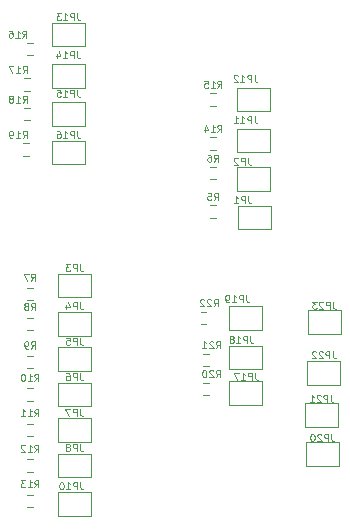
<source format=gbr>
%TF.GenerationSoftware,KiCad,Pcbnew,7.0.2*%
%TF.CreationDate,2023-07-25T22:56:35+09:00*%
%TF.ProjectId,bluepill_yoke,626c7565-7069-46c6-9c5f-796f6b652e6b,rev?*%
%TF.SameCoordinates,Original*%
%TF.FileFunction,Legend,Bot*%
%TF.FilePolarity,Positive*%
%FSLAX46Y46*%
G04 Gerber Fmt 4.6, Leading zero omitted, Abs format (unit mm)*
G04 Created by KiCad (PCBNEW 7.0.2) date 2023-07-25 22:56:35*
%MOMM*%
%LPD*%
G01*
G04 APERTURE LIST*
%ADD10C,0.060000*%
%ADD11C,0.120000*%
G04 APERTURE END LIST*
D10*
%TO.C,JP23*%
X116185714Y-79877571D02*
X116185714Y-80306142D01*
X116185714Y-80306142D02*
X116214285Y-80391857D01*
X116214285Y-80391857D02*
X116271428Y-80449000D01*
X116271428Y-80449000D02*
X116357142Y-80477571D01*
X116357142Y-80477571D02*
X116414285Y-80477571D01*
X115899999Y-80477571D02*
X115899999Y-79877571D01*
X115899999Y-79877571D02*
X115671428Y-79877571D01*
X115671428Y-79877571D02*
X115614285Y-79906142D01*
X115614285Y-79906142D02*
X115585714Y-79934714D01*
X115585714Y-79934714D02*
X115557142Y-79991857D01*
X115557142Y-79991857D02*
X115557142Y-80077571D01*
X115557142Y-80077571D02*
X115585714Y-80134714D01*
X115585714Y-80134714D02*
X115614285Y-80163285D01*
X115614285Y-80163285D02*
X115671428Y-80191857D01*
X115671428Y-80191857D02*
X115899999Y-80191857D01*
X115328571Y-79934714D02*
X115299999Y-79906142D01*
X115299999Y-79906142D02*
X115242857Y-79877571D01*
X115242857Y-79877571D02*
X115099999Y-79877571D01*
X115099999Y-79877571D02*
X115042857Y-79906142D01*
X115042857Y-79906142D02*
X115014285Y-79934714D01*
X115014285Y-79934714D02*
X114985714Y-79991857D01*
X114985714Y-79991857D02*
X114985714Y-80049000D01*
X114985714Y-80049000D02*
X115014285Y-80134714D01*
X115014285Y-80134714D02*
X115357142Y-80477571D01*
X115357142Y-80477571D02*
X114985714Y-80477571D01*
X114785713Y-79877571D02*
X114414285Y-79877571D01*
X114414285Y-79877571D02*
X114614285Y-80106142D01*
X114614285Y-80106142D02*
X114528570Y-80106142D01*
X114528570Y-80106142D02*
X114471428Y-80134714D01*
X114471428Y-80134714D02*
X114442856Y-80163285D01*
X114442856Y-80163285D02*
X114414285Y-80220428D01*
X114414285Y-80220428D02*
X114414285Y-80363285D01*
X114414285Y-80363285D02*
X114442856Y-80420428D01*
X114442856Y-80420428D02*
X114471428Y-80449000D01*
X114471428Y-80449000D02*
X114528570Y-80477571D01*
X114528570Y-80477571D02*
X114699999Y-80477571D01*
X114699999Y-80477571D02*
X114757142Y-80449000D01*
X114757142Y-80449000D02*
X114785713Y-80420428D01*
%TO.C,JP1*%
X109000000Y-70927571D02*
X109000000Y-71356142D01*
X109000000Y-71356142D02*
X109028571Y-71441857D01*
X109028571Y-71441857D02*
X109085714Y-71499000D01*
X109085714Y-71499000D02*
X109171428Y-71527571D01*
X109171428Y-71527571D02*
X109228571Y-71527571D01*
X108714285Y-71527571D02*
X108714285Y-70927571D01*
X108714285Y-70927571D02*
X108485714Y-70927571D01*
X108485714Y-70927571D02*
X108428571Y-70956142D01*
X108428571Y-70956142D02*
X108400000Y-70984714D01*
X108400000Y-70984714D02*
X108371428Y-71041857D01*
X108371428Y-71041857D02*
X108371428Y-71127571D01*
X108371428Y-71127571D02*
X108400000Y-71184714D01*
X108400000Y-71184714D02*
X108428571Y-71213285D01*
X108428571Y-71213285D02*
X108485714Y-71241857D01*
X108485714Y-71241857D02*
X108714285Y-71241857D01*
X107800000Y-71527571D02*
X108142857Y-71527571D01*
X107971428Y-71527571D02*
X107971428Y-70927571D01*
X107971428Y-70927571D02*
X108028571Y-71013285D01*
X108028571Y-71013285D02*
X108085714Y-71070428D01*
X108085714Y-71070428D02*
X108142857Y-71099000D01*
%TO.C,JP10*%
X94785714Y-95177571D02*
X94785714Y-95606142D01*
X94785714Y-95606142D02*
X94814285Y-95691857D01*
X94814285Y-95691857D02*
X94871428Y-95749000D01*
X94871428Y-95749000D02*
X94957142Y-95777571D01*
X94957142Y-95777571D02*
X95014285Y-95777571D01*
X94499999Y-95777571D02*
X94499999Y-95177571D01*
X94499999Y-95177571D02*
X94271428Y-95177571D01*
X94271428Y-95177571D02*
X94214285Y-95206142D01*
X94214285Y-95206142D02*
X94185714Y-95234714D01*
X94185714Y-95234714D02*
X94157142Y-95291857D01*
X94157142Y-95291857D02*
X94157142Y-95377571D01*
X94157142Y-95377571D02*
X94185714Y-95434714D01*
X94185714Y-95434714D02*
X94214285Y-95463285D01*
X94214285Y-95463285D02*
X94271428Y-95491857D01*
X94271428Y-95491857D02*
X94499999Y-95491857D01*
X93585714Y-95777571D02*
X93928571Y-95777571D01*
X93757142Y-95777571D02*
X93757142Y-95177571D01*
X93757142Y-95177571D02*
X93814285Y-95263285D01*
X93814285Y-95263285D02*
X93871428Y-95320428D01*
X93871428Y-95320428D02*
X93928571Y-95349000D01*
X93214285Y-95177571D02*
X93157142Y-95177571D01*
X93157142Y-95177571D02*
X93099999Y-95206142D01*
X93099999Y-95206142D02*
X93071428Y-95234714D01*
X93071428Y-95234714D02*
X93042856Y-95291857D01*
X93042856Y-95291857D02*
X93014285Y-95406142D01*
X93014285Y-95406142D02*
X93014285Y-95549000D01*
X93014285Y-95549000D02*
X93042856Y-95663285D01*
X93042856Y-95663285D02*
X93071428Y-95720428D01*
X93071428Y-95720428D02*
X93099999Y-95749000D01*
X93099999Y-95749000D02*
X93157142Y-95777571D01*
X93157142Y-95777571D02*
X93214285Y-95777571D01*
X93214285Y-95777571D02*
X93271428Y-95749000D01*
X93271428Y-95749000D02*
X93299999Y-95720428D01*
X93299999Y-95720428D02*
X93328570Y-95663285D01*
X93328570Y-95663285D02*
X93357142Y-95549000D01*
X93357142Y-95549000D02*
X93357142Y-95406142D01*
X93357142Y-95406142D02*
X93328570Y-95291857D01*
X93328570Y-95291857D02*
X93299999Y-95234714D01*
X93299999Y-95234714D02*
X93271428Y-95206142D01*
X93271428Y-95206142D02*
X93214285Y-95177571D01*
%TO.C,JP14*%
X94510714Y-58677571D02*
X94510714Y-59106142D01*
X94510714Y-59106142D02*
X94539285Y-59191857D01*
X94539285Y-59191857D02*
X94596428Y-59249000D01*
X94596428Y-59249000D02*
X94682142Y-59277571D01*
X94682142Y-59277571D02*
X94739285Y-59277571D01*
X94224999Y-59277571D02*
X94224999Y-58677571D01*
X94224999Y-58677571D02*
X93996428Y-58677571D01*
X93996428Y-58677571D02*
X93939285Y-58706142D01*
X93939285Y-58706142D02*
X93910714Y-58734714D01*
X93910714Y-58734714D02*
X93882142Y-58791857D01*
X93882142Y-58791857D02*
X93882142Y-58877571D01*
X93882142Y-58877571D02*
X93910714Y-58934714D01*
X93910714Y-58934714D02*
X93939285Y-58963285D01*
X93939285Y-58963285D02*
X93996428Y-58991857D01*
X93996428Y-58991857D02*
X94224999Y-58991857D01*
X93310714Y-59277571D02*
X93653571Y-59277571D01*
X93482142Y-59277571D02*
X93482142Y-58677571D01*
X93482142Y-58677571D02*
X93539285Y-58763285D01*
X93539285Y-58763285D02*
X93596428Y-58820428D01*
X93596428Y-58820428D02*
X93653571Y-58849000D01*
X92796428Y-58877571D02*
X92796428Y-59277571D01*
X92939285Y-58649000D02*
X93082142Y-59077571D01*
X93082142Y-59077571D02*
X92710713Y-59077571D01*
%TO.C,JP4*%
X94750000Y-79927571D02*
X94750000Y-80356142D01*
X94750000Y-80356142D02*
X94778571Y-80441857D01*
X94778571Y-80441857D02*
X94835714Y-80499000D01*
X94835714Y-80499000D02*
X94921428Y-80527571D01*
X94921428Y-80527571D02*
X94978571Y-80527571D01*
X94464285Y-80527571D02*
X94464285Y-79927571D01*
X94464285Y-79927571D02*
X94235714Y-79927571D01*
X94235714Y-79927571D02*
X94178571Y-79956142D01*
X94178571Y-79956142D02*
X94150000Y-79984714D01*
X94150000Y-79984714D02*
X94121428Y-80041857D01*
X94121428Y-80041857D02*
X94121428Y-80127571D01*
X94121428Y-80127571D02*
X94150000Y-80184714D01*
X94150000Y-80184714D02*
X94178571Y-80213285D01*
X94178571Y-80213285D02*
X94235714Y-80241857D01*
X94235714Y-80241857D02*
X94464285Y-80241857D01*
X93607143Y-80127571D02*
X93607143Y-80527571D01*
X93750000Y-79899000D02*
X93892857Y-80327571D01*
X93892857Y-80327571D02*
X93521428Y-80327571D01*
%TO.C,JP19*%
X108835714Y-79327571D02*
X108835714Y-79756142D01*
X108835714Y-79756142D02*
X108864285Y-79841857D01*
X108864285Y-79841857D02*
X108921428Y-79899000D01*
X108921428Y-79899000D02*
X109007142Y-79927571D01*
X109007142Y-79927571D02*
X109064285Y-79927571D01*
X108549999Y-79927571D02*
X108549999Y-79327571D01*
X108549999Y-79327571D02*
X108321428Y-79327571D01*
X108321428Y-79327571D02*
X108264285Y-79356142D01*
X108264285Y-79356142D02*
X108235714Y-79384714D01*
X108235714Y-79384714D02*
X108207142Y-79441857D01*
X108207142Y-79441857D02*
X108207142Y-79527571D01*
X108207142Y-79527571D02*
X108235714Y-79584714D01*
X108235714Y-79584714D02*
X108264285Y-79613285D01*
X108264285Y-79613285D02*
X108321428Y-79641857D01*
X108321428Y-79641857D02*
X108549999Y-79641857D01*
X107635714Y-79927571D02*
X107978571Y-79927571D01*
X107807142Y-79927571D02*
X107807142Y-79327571D01*
X107807142Y-79327571D02*
X107864285Y-79413285D01*
X107864285Y-79413285D02*
X107921428Y-79470428D01*
X107921428Y-79470428D02*
X107978571Y-79499000D01*
X107349999Y-79927571D02*
X107235713Y-79927571D01*
X107235713Y-79927571D02*
X107178570Y-79899000D01*
X107178570Y-79899000D02*
X107149999Y-79870428D01*
X107149999Y-79870428D02*
X107092856Y-79784714D01*
X107092856Y-79784714D02*
X107064285Y-79670428D01*
X107064285Y-79670428D02*
X107064285Y-79441857D01*
X107064285Y-79441857D02*
X107092856Y-79384714D01*
X107092856Y-79384714D02*
X107121428Y-79356142D01*
X107121428Y-79356142D02*
X107178570Y-79327571D01*
X107178570Y-79327571D02*
X107292856Y-79327571D01*
X107292856Y-79327571D02*
X107349999Y-79356142D01*
X107349999Y-79356142D02*
X107378570Y-79384714D01*
X107378570Y-79384714D02*
X107407142Y-79441857D01*
X107407142Y-79441857D02*
X107407142Y-79584714D01*
X107407142Y-79584714D02*
X107378570Y-79641857D01*
X107378570Y-79641857D02*
X107349999Y-79670428D01*
X107349999Y-79670428D02*
X107292856Y-79699000D01*
X107292856Y-79699000D02*
X107178570Y-79699000D01*
X107178570Y-79699000D02*
X107121428Y-79670428D01*
X107121428Y-79670428D02*
X107092856Y-79641857D01*
X107092856Y-79641857D02*
X107064285Y-79584714D01*
%TO.C,JP16*%
X94535714Y-65427571D02*
X94535714Y-65856142D01*
X94535714Y-65856142D02*
X94564285Y-65941857D01*
X94564285Y-65941857D02*
X94621428Y-65999000D01*
X94621428Y-65999000D02*
X94707142Y-66027571D01*
X94707142Y-66027571D02*
X94764285Y-66027571D01*
X94249999Y-66027571D02*
X94249999Y-65427571D01*
X94249999Y-65427571D02*
X94021428Y-65427571D01*
X94021428Y-65427571D02*
X93964285Y-65456142D01*
X93964285Y-65456142D02*
X93935714Y-65484714D01*
X93935714Y-65484714D02*
X93907142Y-65541857D01*
X93907142Y-65541857D02*
X93907142Y-65627571D01*
X93907142Y-65627571D02*
X93935714Y-65684714D01*
X93935714Y-65684714D02*
X93964285Y-65713285D01*
X93964285Y-65713285D02*
X94021428Y-65741857D01*
X94021428Y-65741857D02*
X94249999Y-65741857D01*
X93335714Y-66027571D02*
X93678571Y-66027571D01*
X93507142Y-66027571D02*
X93507142Y-65427571D01*
X93507142Y-65427571D02*
X93564285Y-65513285D01*
X93564285Y-65513285D02*
X93621428Y-65570428D01*
X93621428Y-65570428D02*
X93678571Y-65599000D01*
X92821428Y-65427571D02*
X92935713Y-65427571D01*
X92935713Y-65427571D02*
X92992856Y-65456142D01*
X92992856Y-65456142D02*
X93021428Y-65484714D01*
X93021428Y-65484714D02*
X93078570Y-65570428D01*
X93078570Y-65570428D02*
X93107142Y-65684714D01*
X93107142Y-65684714D02*
X93107142Y-65913285D01*
X93107142Y-65913285D02*
X93078570Y-65970428D01*
X93078570Y-65970428D02*
X93049999Y-65999000D01*
X93049999Y-65999000D02*
X92992856Y-66027571D01*
X92992856Y-66027571D02*
X92878570Y-66027571D01*
X92878570Y-66027571D02*
X92821428Y-65999000D01*
X92821428Y-65999000D02*
X92792856Y-65970428D01*
X92792856Y-65970428D02*
X92764285Y-65913285D01*
X92764285Y-65913285D02*
X92764285Y-65770428D01*
X92764285Y-65770428D02*
X92792856Y-65713285D01*
X92792856Y-65713285D02*
X92821428Y-65684714D01*
X92821428Y-65684714D02*
X92878570Y-65656142D01*
X92878570Y-65656142D02*
X92992856Y-65656142D01*
X92992856Y-65656142D02*
X93049999Y-65684714D01*
X93049999Y-65684714D02*
X93078570Y-65713285D01*
X93078570Y-65713285D02*
X93107142Y-65770428D01*
%TO.C,JP5*%
X94750000Y-82927571D02*
X94750000Y-83356142D01*
X94750000Y-83356142D02*
X94778571Y-83441857D01*
X94778571Y-83441857D02*
X94835714Y-83499000D01*
X94835714Y-83499000D02*
X94921428Y-83527571D01*
X94921428Y-83527571D02*
X94978571Y-83527571D01*
X94464285Y-83527571D02*
X94464285Y-82927571D01*
X94464285Y-82927571D02*
X94235714Y-82927571D01*
X94235714Y-82927571D02*
X94178571Y-82956142D01*
X94178571Y-82956142D02*
X94150000Y-82984714D01*
X94150000Y-82984714D02*
X94121428Y-83041857D01*
X94121428Y-83041857D02*
X94121428Y-83127571D01*
X94121428Y-83127571D02*
X94150000Y-83184714D01*
X94150000Y-83184714D02*
X94178571Y-83213285D01*
X94178571Y-83213285D02*
X94235714Y-83241857D01*
X94235714Y-83241857D02*
X94464285Y-83241857D01*
X93578571Y-82927571D02*
X93864285Y-82927571D01*
X93864285Y-82927571D02*
X93892857Y-83213285D01*
X93892857Y-83213285D02*
X93864285Y-83184714D01*
X93864285Y-83184714D02*
X93807143Y-83156142D01*
X93807143Y-83156142D02*
X93664285Y-83156142D01*
X93664285Y-83156142D02*
X93607143Y-83184714D01*
X93607143Y-83184714D02*
X93578571Y-83213285D01*
X93578571Y-83213285D02*
X93550000Y-83270428D01*
X93550000Y-83270428D02*
X93550000Y-83413285D01*
X93550000Y-83413285D02*
X93578571Y-83470428D01*
X93578571Y-83470428D02*
X93607143Y-83499000D01*
X93607143Y-83499000D02*
X93664285Y-83527571D01*
X93664285Y-83527571D02*
X93807143Y-83527571D01*
X93807143Y-83527571D02*
X93864285Y-83499000D01*
X93864285Y-83499000D02*
X93892857Y-83470428D01*
%TO.C,JP11*%
X109535714Y-64177571D02*
X109535714Y-64606142D01*
X109535714Y-64606142D02*
X109564285Y-64691857D01*
X109564285Y-64691857D02*
X109621428Y-64749000D01*
X109621428Y-64749000D02*
X109707142Y-64777571D01*
X109707142Y-64777571D02*
X109764285Y-64777571D01*
X109249999Y-64777571D02*
X109249999Y-64177571D01*
X109249999Y-64177571D02*
X109021428Y-64177571D01*
X109021428Y-64177571D02*
X108964285Y-64206142D01*
X108964285Y-64206142D02*
X108935714Y-64234714D01*
X108935714Y-64234714D02*
X108907142Y-64291857D01*
X108907142Y-64291857D02*
X108907142Y-64377571D01*
X108907142Y-64377571D02*
X108935714Y-64434714D01*
X108935714Y-64434714D02*
X108964285Y-64463285D01*
X108964285Y-64463285D02*
X109021428Y-64491857D01*
X109021428Y-64491857D02*
X109249999Y-64491857D01*
X108335714Y-64777571D02*
X108678571Y-64777571D01*
X108507142Y-64777571D02*
X108507142Y-64177571D01*
X108507142Y-64177571D02*
X108564285Y-64263285D01*
X108564285Y-64263285D02*
X108621428Y-64320428D01*
X108621428Y-64320428D02*
X108678571Y-64349000D01*
X107764285Y-64777571D02*
X108107142Y-64777571D01*
X107935713Y-64777571D02*
X107935713Y-64177571D01*
X107935713Y-64177571D02*
X107992856Y-64263285D01*
X107992856Y-64263285D02*
X108049999Y-64320428D01*
X108049999Y-64320428D02*
X108107142Y-64349000D01*
%TO.C,JP15*%
X94535714Y-61927571D02*
X94535714Y-62356142D01*
X94535714Y-62356142D02*
X94564285Y-62441857D01*
X94564285Y-62441857D02*
X94621428Y-62499000D01*
X94621428Y-62499000D02*
X94707142Y-62527571D01*
X94707142Y-62527571D02*
X94764285Y-62527571D01*
X94249999Y-62527571D02*
X94249999Y-61927571D01*
X94249999Y-61927571D02*
X94021428Y-61927571D01*
X94021428Y-61927571D02*
X93964285Y-61956142D01*
X93964285Y-61956142D02*
X93935714Y-61984714D01*
X93935714Y-61984714D02*
X93907142Y-62041857D01*
X93907142Y-62041857D02*
X93907142Y-62127571D01*
X93907142Y-62127571D02*
X93935714Y-62184714D01*
X93935714Y-62184714D02*
X93964285Y-62213285D01*
X93964285Y-62213285D02*
X94021428Y-62241857D01*
X94021428Y-62241857D02*
X94249999Y-62241857D01*
X93335714Y-62527571D02*
X93678571Y-62527571D01*
X93507142Y-62527571D02*
X93507142Y-61927571D01*
X93507142Y-61927571D02*
X93564285Y-62013285D01*
X93564285Y-62013285D02*
X93621428Y-62070428D01*
X93621428Y-62070428D02*
X93678571Y-62099000D01*
X92792856Y-61927571D02*
X93078570Y-61927571D01*
X93078570Y-61927571D02*
X93107142Y-62213285D01*
X93107142Y-62213285D02*
X93078570Y-62184714D01*
X93078570Y-62184714D02*
X93021428Y-62156142D01*
X93021428Y-62156142D02*
X92878570Y-62156142D01*
X92878570Y-62156142D02*
X92821428Y-62184714D01*
X92821428Y-62184714D02*
X92792856Y-62213285D01*
X92792856Y-62213285D02*
X92764285Y-62270428D01*
X92764285Y-62270428D02*
X92764285Y-62413285D01*
X92764285Y-62413285D02*
X92792856Y-62470428D01*
X92792856Y-62470428D02*
X92821428Y-62499000D01*
X92821428Y-62499000D02*
X92878570Y-62527571D01*
X92878570Y-62527571D02*
X93021428Y-62527571D01*
X93021428Y-62527571D02*
X93078570Y-62499000D01*
X93078570Y-62499000D02*
X93107142Y-62470428D01*
%TO.C,JP22*%
X116160714Y-84077571D02*
X116160714Y-84506142D01*
X116160714Y-84506142D02*
X116189285Y-84591857D01*
X116189285Y-84591857D02*
X116246428Y-84649000D01*
X116246428Y-84649000D02*
X116332142Y-84677571D01*
X116332142Y-84677571D02*
X116389285Y-84677571D01*
X115874999Y-84677571D02*
X115874999Y-84077571D01*
X115874999Y-84077571D02*
X115646428Y-84077571D01*
X115646428Y-84077571D02*
X115589285Y-84106142D01*
X115589285Y-84106142D02*
X115560714Y-84134714D01*
X115560714Y-84134714D02*
X115532142Y-84191857D01*
X115532142Y-84191857D02*
X115532142Y-84277571D01*
X115532142Y-84277571D02*
X115560714Y-84334714D01*
X115560714Y-84334714D02*
X115589285Y-84363285D01*
X115589285Y-84363285D02*
X115646428Y-84391857D01*
X115646428Y-84391857D02*
X115874999Y-84391857D01*
X115303571Y-84134714D02*
X115274999Y-84106142D01*
X115274999Y-84106142D02*
X115217857Y-84077571D01*
X115217857Y-84077571D02*
X115074999Y-84077571D01*
X115074999Y-84077571D02*
X115017857Y-84106142D01*
X115017857Y-84106142D02*
X114989285Y-84134714D01*
X114989285Y-84134714D02*
X114960714Y-84191857D01*
X114960714Y-84191857D02*
X114960714Y-84249000D01*
X114960714Y-84249000D02*
X114989285Y-84334714D01*
X114989285Y-84334714D02*
X115332142Y-84677571D01*
X115332142Y-84677571D02*
X114960714Y-84677571D01*
X114732142Y-84134714D02*
X114703570Y-84106142D01*
X114703570Y-84106142D02*
X114646428Y-84077571D01*
X114646428Y-84077571D02*
X114503570Y-84077571D01*
X114503570Y-84077571D02*
X114446428Y-84106142D01*
X114446428Y-84106142D02*
X114417856Y-84134714D01*
X114417856Y-84134714D02*
X114389285Y-84191857D01*
X114389285Y-84191857D02*
X114389285Y-84249000D01*
X114389285Y-84249000D02*
X114417856Y-84334714D01*
X114417856Y-84334714D02*
X114760713Y-84677571D01*
X114760713Y-84677571D02*
X114389285Y-84677571D01*
%TO.C,JP18*%
X109185714Y-82777571D02*
X109185714Y-83206142D01*
X109185714Y-83206142D02*
X109214285Y-83291857D01*
X109214285Y-83291857D02*
X109271428Y-83349000D01*
X109271428Y-83349000D02*
X109357142Y-83377571D01*
X109357142Y-83377571D02*
X109414285Y-83377571D01*
X108899999Y-83377571D02*
X108899999Y-82777571D01*
X108899999Y-82777571D02*
X108671428Y-82777571D01*
X108671428Y-82777571D02*
X108614285Y-82806142D01*
X108614285Y-82806142D02*
X108585714Y-82834714D01*
X108585714Y-82834714D02*
X108557142Y-82891857D01*
X108557142Y-82891857D02*
X108557142Y-82977571D01*
X108557142Y-82977571D02*
X108585714Y-83034714D01*
X108585714Y-83034714D02*
X108614285Y-83063285D01*
X108614285Y-83063285D02*
X108671428Y-83091857D01*
X108671428Y-83091857D02*
X108899999Y-83091857D01*
X107985714Y-83377571D02*
X108328571Y-83377571D01*
X108157142Y-83377571D02*
X108157142Y-82777571D01*
X108157142Y-82777571D02*
X108214285Y-82863285D01*
X108214285Y-82863285D02*
X108271428Y-82920428D01*
X108271428Y-82920428D02*
X108328571Y-82949000D01*
X107642856Y-83034714D02*
X107699999Y-83006142D01*
X107699999Y-83006142D02*
X107728570Y-82977571D01*
X107728570Y-82977571D02*
X107757142Y-82920428D01*
X107757142Y-82920428D02*
X107757142Y-82891857D01*
X107757142Y-82891857D02*
X107728570Y-82834714D01*
X107728570Y-82834714D02*
X107699999Y-82806142D01*
X107699999Y-82806142D02*
X107642856Y-82777571D01*
X107642856Y-82777571D02*
X107528570Y-82777571D01*
X107528570Y-82777571D02*
X107471428Y-82806142D01*
X107471428Y-82806142D02*
X107442856Y-82834714D01*
X107442856Y-82834714D02*
X107414285Y-82891857D01*
X107414285Y-82891857D02*
X107414285Y-82920428D01*
X107414285Y-82920428D02*
X107442856Y-82977571D01*
X107442856Y-82977571D02*
X107471428Y-83006142D01*
X107471428Y-83006142D02*
X107528570Y-83034714D01*
X107528570Y-83034714D02*
X107642856Y-83034714D01*
X107642856Y-83034714D02*
X107699999Y-83063285D01*
X107699999Y-83063285D02*
X107728570Y-83091857D01*
X107728570Y-83091857D02*
X107757142Y-83149000D01*
X107757142Y-83149000D02*
X107757142Y-83263285D01*
X107757142Y-83263285D02*
X107728570Y-83320428D01*
X107728570Y-83320428D02*
X107699999Y-83349000D01*
X107699999Y-83349000D02*
X107642856Y-83377571D01*
X107642856Y-83377571D02*
X107528570Y-83377571D01*
X107528570Y-83377571D02*
X107471428Y-83349000D01*
X107471428Y-83349000D02*
X107442856Y-83320428D01*
X107442856Y-83320428D02*
X107414285Y-83263285D01*
X107414285Y-83263285D02*
X107414285Y-83149000D01*
X107414285Y-83149000D02*
X107442856Y-83091857D01*
X107442856Y-83091857D02*
X107471428Y-83063285D01*
X107471428Y-83063285D02*
X107528570Y-83034714D01*
%TO.C,JP17*%
X109585714Y-85877571D02*
X109585714Y-86306142D01*
X109585714Y-86306142D02*
X109614285Y-86391857D01*
X109614285Y-86391857D02*
X109671428Y-86449000D01*
X109671428Y-86449000D02*
X109757142Y-86477571D01*
X109757142Y-86477571D02*
X109814285Y-86477571D01*
X109299999Y-86477571D02*
X109299999Y-85877571D01*
X109299999Y-85877571D02*
X109071428Y-85877571D01*
X109071428Y-85877571D02*
X109014285Y-85906142D01*
X109014285Y-85906142D02*
X108985714Y-85934714D01*
X108985714Y-85934714D02*
X108957142Y-85991857D01*
X108957142Y-85991857D02*
X108957142Y-86077571D01*
X108957142Y-86077571D02*
X108985714Y-86134714D01*
X108985714Y-86134714D02*
X109014285Y-86163285D01*
X109014285Y-86163285D02*
X109071428Y-86191857D01*
X109071428Y-86191857D02*
X109299999Y-86191857D01*
X108385714Y-86477571D02*
X108728571Y-86477571D01*
X108557142Y-86477571D02*
X108557142Y-85877571D01*
X108557142Y-85877571D02*
X108614285Y-85963285D01*
X108614285Y-85963285D02*
X108671428Y-86020428D01*
X108671428Y-86020428D02*
X108728571Y-86049000D01*
X108185713Y-85877571D02*
X107785713Y-85877571D01*
X107785713Y-85877571D02*
X108042856Y-86477571D01*
%TO.C,JP8*%
X94750000Y-91927571D02*
X94750000Y-92356142D01*
X94750000Y-92356142D02*
X94778571Y-92441857D01*
X94778571Y-92441857D02*
X94835714Y-92499000D01*
X94835714Y-92499000D02*
X94921428Y-92527571D01*
X94921428Y-92527571D02*
X94978571Y-92527571D01*
X94464285Y-92527571D02*
X94464285Y-91927571D01*
X94464285Y-91927571D02*
X94235714Y-91927571D01*
X94235714Y-91927571D02*
X94178571Y-91956142D01*
X94178571Y-91956142D02*
X94150000Y-91984714D01*
X94150000Y-91984714D02*
X94121428Y-92041857D01*
X94121428Y-92041857D02*
X94121428Y-92127571D01*
X94121428Y-92127571D02*
X94150000Y-92184714D01*
X94150000Y-92184714D02*
X94178571Y-92213285D01*
X94178571Y-92213285D02*
X94235714Y-92241857D01*
X94235714Y-92241857D02*
X94464285Y-92241857D01*
X93778571Y-92184714D02*
X93835714Y-92156142D01*
X93835714Y-92156142D02*
X93864285Y-92127571D01*
X93864285Y-92127571D02*
X93892857Y-92070428D01*
X93892857Y-92070428D02*
X93892857Y-92041857D01*
X93892857Y-92041857D02*
X93864285Y-91984714D01*
X93864285Y-91984714D02*
X93835714Y-91956142D01*
X93835714Y-91956142D02*
X93778571Y-91927571D01*
X93778571Y-91927571D02*
X93664285Y-91927571D01*
X93664285Y-91927571D02*
X93607143Y-91956142D01*
X93607143Y-91956142D02*
X93578571Y-91984714D01*
X93578571Y-91984714D02*
X93550000Y-92041857D01*
X93550000Y-92041857D02*
X93550000Y-92070428D01*
X93550000Y-92070428D02*
X93578571Y-92127571D01*
X93578571Y-92127571D02*
X93607143Y-92156142D01*
X93607143Y-92156142D02*
X93664285Y-92184714D01*
X93664285Y-92184714D02*
X93778571Y-92184714D01*
X93778571Y-92184714D02*
X93835714Y-92213285D01*
X93835714Y-92213285D02*
X93864285Y-92241857D01*
X93864285Y-92241857D02*
X93892857Y-92299000D01*
X93892857Y-92299000D02*
X93892857Y-92413285D01*
X93892857Y-92413285D02*
X93864285Y-92470428D01*
X93864285Y-92470428D02*
X93835714Y-92499000D01*
X93835714Y-92499000D02*
X93778571Y-92527571D01*
X93778571Y-92527571D02*
X93664285Y-92527571D01*
X93664285Y-92527571D02*
X93607143Y-92499000D01*
X93607143Y-92499000D02*
X93578571Y-92470428D01*
X93578571Y-92470428D02*
X93550000Y-92413285D01*
X93550000Y-92413285D02*
X93550000Y-92299000D01*
X93550000Y-92299000D02*
X93578571Y-92241857D01*
X93578571Y-92241857D02*
X93607143Y-92213285D01*
X93607143Y-92213285D02*
X93664285Y-92184714D01*
%TO.C,JP2*%
X109000000Y-67677571D02*
X109000000Y-68106142D01*
X109000000Y-68106142D02*
X109028571Y-68191857D01*
X109028571Y-68191857D02*
X109085714Y-68249000D01*
X109085714Y-68249000D02*
X109171428Y-68277571D01*
X109171428Y-68277571D02*
X109228571Y-68277571D01*
X108714285Y-68277571D02*
X108714285Y-67677571D01*
X108714285Y-67677571D02*
X108485714Y-67677571D01*
X108485714Y-67677571D02*
X108428571Y-67706142D01*
X108428571Y-67706142D02*
X108400000Y-67734714D01*
X108400000Y-67734714D02*
X108371428Y-67791857D01*
X108371428Y-67791857D02*
X108371428Y-67877571D01*
X108371428Y-67877571D02*
X108400000Y-67934714D01*
X108400000Y-67934714D02*
X108428571Y-67963285D01*
X108428571Y-67963285D02*
X108485714Y-67991857D01*
X108485714Y-67991857D02*
X108714285Y-67991857D01*
X108142857Y-67734714D02*
X108114285Y-67706142D01*
X108114285Y-67706142D02*
X108057143Y-67677571D01*
X108057143Y-67677571D02*
X107914285Y-67677571D01*
X107914285Y-67677571D02*
X107857143Y-67706142D01*
X107857143Y-67706142D02*
X107828571Y-67734714D01*
X107828571Y-67734714D02*
X107800000Y-67791857D01*
X107800000Y-67791857D02*
X107800000Y-67849000D01*
X107800000Y-67849000D02*
X107828571Y-67934714D01*
X107828571Y-67934714D02*
X108171428Y-68277571D01*
X108171428Y-68277571D02*
X107800000Y-68277571D01*
%TO.C,JP20*%
X116035714Y-91077571D02*
X116035714Y-91506142D01*
X116035714Y-91506142D02*
X116064285Y-91591857D01*
X116064285Y-91591857D02*
X116121428Y-91649000D01*
X116121428Y-91649000D02*
X116207142Y-91677571D01*
X116207142Y-91677571D02*
X116264285Y-91677571D01*
X115749999Y-91677571D02*
X115749999Y-91077571D01*
X115749999Y-91077571D02*
X115521428Y-91077571D01*
X115521428Y-91077571D02*
X115464285Y-91106142D01*
X115464285Y-91106142D02*
X115435714Y-91134714D01*
X115435714Y-91134714D02*
X115407142Y-91191857D01*
X115407142Y-91191857D02*
X115407142Y-91277571D01*
X115407142Y-91277571D02*
X115435714Y-91334714D01*
X115435714Y-91334714D02*
X115464285Y-91363285D01*
X115464285Y-91363285D02*
X115521428Y-91391857D01*
X115521428Y-91391857D02*
X115749999Y-91391857D01*
X115178571Y-91134714D02*
X115149999Y-91106142D01*
X115149999Y-91106142D02*
X115092857Y-91077571D01*
X115092857Y-91077571D02*
X114949999Y-91077571D01*
X114949999Y-91077571D02*
X114892857Y-91106142D01*
X114892857Y-91106142D02*
X114864285Y-91134714D01*
X114864285Y-91134714D02*
X114835714Y-91191857D01*
X114835714Y-91191857D02*
X114835714Y-91249000D01*
X114835714Y-91249000D02*
X114864285Y-91334714D01*
X114864285Y-91334714D02*
X115207142Y-91677571D01*
X115207142Y-91677571D02*
X114835714Y-91677571D01*
X114464285Y-91077571D02*
X114407142Y-91077571D01*
X114407142Y-91077571D02*
X114349999Y-91106142D01*
X114349999Y-91106142D02*
X114321428Y-91134714D01*
X114321428Y-91134714D02*
X114292856Y-91191857D01*
X114292856Y-91191857D02*
X114264285Y-91306142D01*
X114264285Y-91306142D02*
X114264285Y-91449000D01*
X114264285Y-91449000D02*
X114292856Y-91563285D01*
X114292856Y-91563285D02*
X114321428Y-91620428D01*
X114321428Y-91620428D02*
X114349999Y-91649000D01*
X114349999Y-91649000D02*
X114407142Y-91677571D01*
X114407142Y-91677571D02*
X114464285Y-91677571D01*
X114464285Y-91677571D02*
X114521428Y-91649000D01*
X114521428Y-91649000D02*
X114549999Y-91620428D01*
X114549999Y-91620428D02*
X114578570Y-91563285D01*
X114578570Y-91563285D02*
X114607142Y-91449000D01*
X114607142Y-91449000D02*
X114607142Y-91306142D01*
X114607142Y-91306142D02*
X114578570Y-91191857D01*
X114578570Y-91191857D02*
X114549999Y-91134714D01*
X114549999Y-91134714D02*
X114521428Y-91106142D01*
X114521428Y-91106142D02*
X114464285Y-91077571D01*
%TO.C,JP12*%
X109535714Y-60677571D02*
X109535714Y-61106142D01*
X109535714Y-61106142D02*
X109564285Y-61191857D01*
X109564285Y-61191857D02*
X109621428Y-61249000D01*
X109621428Y-61249000D02*
X109707142Y-61277571D01*
X109707142Y-61277571D02*
X109764285Y-61277571D01*
X109249999Y-61277571D02*
X109249999Y-60677571D01*
X109249999Y-60677571D02*
X109021428Y-60677571D01*
X109021428Y-60677571D02*
X108964285Y-60706142D01*
X108964285Y-60706142D02*
X108935714Y-60734714D01*
X108935714Y-60734714D02*
X108907142Y-60791857D01*
X108907142Y-60791857D02*
X108907142Y-60877571D01*
X108907142Y-60877571D02*
X108935714Y-60934714D01*
X108935714Y-60934714D02*
X108964285Y-60963285D01*
X108964285Y-60963285D02*
X109021428Y-60991857D01*
X109021428Y-60991857D02*
X109249999Y-60991857D01*
X108335714Y-61277571D02*
X108678571Y-61277571D01*
X108507142Y-61277571D02*
X108507142Y-60677571D01*
X108507142Y-60677571D02*
X108564285Y-60763285D01*
X108564285Y-60763285D02*
X108621428Y-60820428D01*
X108621428Y-60820428D02*
X108678571Y-60849000D01*
X108107142Y-60734714D02*
X108078570Y-60706142D01*
X108078570Y-60706142D02*
X108021428Y-60677571D01*
X108021428Y-60677571D02*
X107878570Y-60677571D01*
X107878570Y-60677571D02*
X107821428Y-60706142D01*
X107821428Y-60706142D02*
X107792856Y-60734714D01*
X107792856Y-60734714D02*
X107764285Y-60791857D01*
X107764285Y-60791857D02*
X107764285Y-60849000D01*
X107764285Y-60849000D02*
X107792856Y-60934714D01*
X107792856Y-60934714D02*
X108135713Y-61277571D01*
X108135713Y-61277571D02*
X107764285Y-61277571D01*
%TO.C,JP3*%
X94750000Y-76677571D02*
X94750000Y-77106142D01*
X94750000Y-77106142D02*
X94778571Y-77191857D01*
X94778571Y-77191857D02*
X94835714Y-77249000D01*
X94835714Y-77249000D02*
X94921428Y-77277571D01*
X94921428Y-77277571D02*
X94978571Y-77277571D01*
X94464285Y-77277571D02*
X94464285Y-76677571D01*
X94464285Y-76677571D02*
X94235714Y-76677571D01*
X94235714Y-76677571D02*
X94178571Y-76706142D01*
X94178571Y-76706142D02*
X94150000Y-76734714D01*
X94150000Y-76734714D02*
X94121428Y-76791857D01*
X94121428Y-76791857D02*
X94121428Y-76877571D01*
X94121428Y-76877571D02*
X94150000Y-76934714D01*
X94150000Y-76934714D02*
X94178571Y-76963285D01*
X94178571Y-76963285D02*
X94235714Y-76991857D01*
X94235714Y-76991857D02*
X94464285Y-76991857D01*
X93921428Y-76677571D02*
X93550000Y-76677571D01*
X93550000Y-76677571D02*
X93750000Y-76906142D01*
X93750000Y-76906142D02*
X93664285Y-76906142D01*
X93664285Y-76906142D02*
X93607143Y-76934714D01*
X93607143Y-76934714D02*
X93578571Y-76963285D01*
X93578571Y-76963285D02*
X93550000Y-77020428D01*
X93550000Y-77020428D02*
X93550000Y-77163285D01*
X93550000Y-77163285D02*
X93578571Y-77220428D01*
X93578571Y-77220428D02*
X93607143Y-77249000D01*
X93607143Y-77249000D02*
X93664285Y-77277571D01*
X93664285Y-77277571D02*
X93835714Y-77277571D01*
X93835714Y-77277571D02*
X93892857Y-77249000D01*
X93892857Y-77249000D02*
X93921428Y-77220428D01*
%TO.C,JP13*%
X94535714Y-55427571D02*
X94535714Y-55856142D01*
X94535714Y-55856142D02*
X94564285Y-55941857D01*
X94564285Y-55941857D02*
X94621428Y-55999000D01*
X94621428Y-55999000D02*
X94707142Y-56027571D01*
X94707142Y-56027571D02*
X94764285Y-56027571D01*
X94249999Y-56027571D02*
X94249999Y-55427571D01*
X94249999Y-55427571D02*
X94021428Y-55427571D01*
X94021428Y-55427571D02*
X93964285Y-55456142D01*
X93964285Y-55456142D02*
X93935714Y-55484714D01*
X93935714Y-55484714D02*
X93907142Y-55541857D01*
X93907142Y-55541857D02*
X93907142Y-55627571D01*
X93907142Y-55627571D02*
X93935714Y-55684714D01*
X93935714Y-55684714D02*
X93964285Y-55713285D01*
X93964285Y-55713285D02*
X94021428Y-55741857D01*
X94021428Y-55741857D02*
X94249999Y-55741857D01*
X93335714Y-56027571D02*
X93678571Y-56027571D01*
X93507142Y-56027571D02*
X93507142Y-55427571D01*
X93507142Y-55427571D02*
X93564285Y-55513285D01*
X93564285Y-55513285D02*
X93621428Y-55570428D01*
X93621428Y-55570428D02*
X93678571Y-55599000D01*
X93135713Y-55427571D02*
X92764285Y-55427571D01*
X92764285Y-55427571D02*
X92964285Y-55656142D01*
X92964285Y-55656142D02*
X92878570Y-55656142D01*
X92878570Y-55656142D02*
X92821428Y-55684714D01*
X92821428Y-55684714D02*
X92792856Y-55713285D01*
X92792856Y-55713285D02*
X92764285Y-55770428D01*
X92764285Y-55770428D02*
X92764285Y-55913285D01*
X92764285Y-55913285D02*
X92792856Y-55970428D01*
X92792856Y-55970428D02*
X92821428Y-55999000D01*
X92821428Y-55999000D02*
X92878570Y-56027571D01*
X92878570Y-56027571D02*
X93049999Y-56027571D01*
X93049999Y-56027571D02*
X93107142Y-55999000D01*
X93107142Y-55999000D02*
X93135713Y-55970428D01*
%TO.C,JP21*%
X115985714Y-87777571D02*
X115985714Y-88206142D01*
X115985714Y-88206142D02*
X116014285Y-88291857D01*
X116014285Y-88291857D02*
X116071428Y-88349000D01*
X116071428Y-88349000D02*
X116157142Y-88377571D01*
X116157142Y-88377571D02*
X116214285Y-88377571D01*
X115699999Y-88377571D02*
X115699999Y-87777571D01*
X115699999Y-87777571D02*
X115471428Y-87777571D01*
X115471428Y-87777571D02*
X115414285Y-87806142D01*
X115414285Y-87806142D02*
X115385714Y-87834714D01*
X115385714Y-87834714D02*
X115357142Y-87891857D01*
X115357142Y-87891857D02*
X115357142Y-87977571D01*
X115357142Y-87977571D02*
X115385714Y-88034714D01*
X115385714Y-88034714D02*
X115414285Y-88063285D01*
X115414285Y-88063285D02*
X115471428Y-88091857D01*
X115471428Y-88091857D02*
X115699999Y-88091857D01*
X115128571Y-87834714D02*
X115099999Y-87806142D01*
X115099999Y-87806142D02*
X115042857Y-87777571D01*
X115042857Y-87777571D02*
X114899999Y-87777571D01*
X114899999Y-87777571D02*
X114842857Y-87806142D01*
X114842857Y-87806142D02*
X114814285Y-87834714D01*
X114814285Y-87834714D02*
X114785714Y-87891857D01*
X114785714Y-87891857D02*
X114785714Y-87949000D01*
X114785714Y-87949000D02*
X114814285Y-88034714D01*
X114814285Y-88034714D02*
X115157142Y-88377571D01*
X115157142Y-88377571D02*
X114785714Y-88377571D01*
X114214285Y-88377571D02*
X114557142Y-88377571D01*
X114385713Y-88377571D02*
X114385713Y-87777571D01*
X114385713Y-87777571D02*
X114442856Y-87863285D01*
X114442856Y-87863285D02*
X114499999Y-87920428D01*
X114499999Y-87920428D02*
X114557142Y-87949000D01*
%TO.C,JP6*%
X94750000Y-85927571D02*
X94750000Y-86356142D01*
X94750000Y-86356142D02*
X94778571Y-86441857D01*
X94778571Y-86441857D02*
X94835714Y-86499000D01*
X94835714Y-86499000D02*
X94921428Y-86527571D01*
X94921428Y-86527571D02*
X94978571Y-86527571D01*
X94464285Y-86527571D02*
X94464285Y-85927571D01*
X94464285Y-85927571D02*
X94235714Y-85927571D01*
X94235714Y-85927571D02*
X94178571Y-85956142D01*
X94178571Y-85956142D02*
X94150000Y-85984714D01*
X94150000Y-85984714D02*
X94121428Y-86041857D01*
X94121428Y-86041857D02*
X94121428Y-86127571D01*
X94121428Y-86127571D02*
X94150000Y-86184714D01*
X94150000Y-86184714D02*
X94178571Y-86213285D01*
X94178571Y-86213285D02*
X94235714Y-86241857D01*
X94235714Y-86241857D02*
X94464285Y-86241857D01*
X93607143Y-85927571D02*
X93721428Y-85927571D01*
X93721428Y-85927571D02*
X93778571Y-85956142D01*
X93778571Y-85956142D02*
X93807143Y-85984714D01*
X93807143Y-85984714D02*
X93864285Y-86070428D01*
X93864285Y-86070428D02*
X93892857Y-86184714D01*
X93892857Y-86184714D02*
X93892857Y-86413285D01*
X93892857Y-86413285D02*
X93864285Y-86470428D01*
X93864285Y-86470428D02*
X93835714Y-86499000D01*
X93835714Y-86499000D02*
X93778571Y-86527571D01*
X93778571Y-86527571D02*
X93664285Y-86527571D01*
X93664285Y-86527571D02*
X93607143Y-86499000D01*
X93607143Y-86499000D02*
X93578571Y-86470428D01*
X93578571Y-86470428D02*
X93550000Y-86413285D01*
X93550000Y-86413285D02*
X93550000Y-86270428D01*
X93550000Y-86270428D02*
X93578571Y-86213285D01*
X93578571Y-86213285D02*
X93607143Y-86184714D01*
X93607143Y-86184714D02*
X93664285Y-86156142D01*
X93664285Y-86156142D02*
X93778571Y-86156142D01*
X93778571Y-86156142D02*
X93835714Y-86184714D01*
X93835714Y-86184714D02*
X93864285Y-86213285D01*
X93864285Y-86213285D02*
X93892857Y-86270428D01*
%TO.C,JP7*%
X94750000Y-88927571D02*
X94750000Y-89356142D01*
X94750000Y-89356142D02*
X94778571Y-89441857D01*
X94778571Y-89441857D02*
X94835714Y-89499000D01*
X94835714Y-89499000D02*
X94921428Y-89527571D01*
X94921428Y-89527571D02*
X94978571Y-89527571D01*
X94464285Y-89527571D02*
X94464285Y-88927571D01*
X94464285Y-88927571D02*
X94235714Y-88927571D01*
X94235714Y-88927571D02*
X94178571Y-88956142D01*
X94178571Y-88956142D02*
X94150000Y-88984714D01*
X94150000Y-88984714D02*
X94121428Y-89041857D01*
X94121428Y-89041857D02*
X94121428Y-89127571D01*
X94121428Y-89127571D02*
X94150000Y-89184714D01*
X94150000Y-89184714D02*
X94178571Y-89213285D01*
X94178571Y-89213285D02*
X94235714Y-89241857D01*
X94235714Y-89241857D02*
X94464285Y-89241857D01*
X93921428Y-88927571D02*
X93521428Y-88927571D01*
X93521428Y-88927571D02*
X93778571Y-89527571D01*
%TO.C,R8*%
X90599999Y-80597571D02*
X90799999Y-80311857D01*
X90942856Y-80597571D02*
X90942856Y-79997571D01*
X90942856Y-79997571D02*
X90714285Y-79997571D01*
X90714285Y-79997571D02*
X90657142Y-80026142D01*
X90657142Y-80026142D02*
X90628571Y-80054714D01*
X90628571Y-80054714D02*
X90599999Y-80111857D01*
X90599999Y-80111857D02*
X90599999Y-80197571D01*
X90599999Y-80197571D02*
X90628571Y-80254714D01*
X90628571Y-80254714D02*
X90657142Y-80283285D01*
X90657142Y-80283285D02*
X90714285Y-80311857D01*
X90714285Y-80311857D02*
X90942856Y-80311857D01*
X90257142Y-80254714D02*
X90314285Y-80226142D01*
X90314285Y-80226142D02*
X90342856Y-80197571D01*
X90342856Y-80197571D02*
X90371428Y-80140428D01*
X90371428Y-80140428D02*
X90371428Y-80111857D01*
X90371428Y-80111857D02*
X90342856Y-80054714D01*
X90342856Y-80054714D02*
X90314285Y-80026142D01*
X90314285Y-80026142D02*
X90257142Y-79997571D01*
X90257142Y-79997571D02*
X90142856Y-79997571D01*
X90142856Y-79997571D02*
X90085714Y-80026142D01*
X90085714Y-80026142D02*
X90057142Y-80054714D01*
X90057142Y-80054714D02*
X90028571Y-80111857D01*
X90028571Y-80111857D02*
X90028571Y-80140428D01*
X90028571Y-80140428D02*
X90057142Y-80197571D01*
X90057142Y-80197571D02*
X90085714Y-80226142D01*
X90085714Y-80226142D02*
X90142856Y-80254714D01*
X90142856Y-80254714D02*
X90257142Y-80254714D01*
X90257142Y-80254714D02*
X90314285Y-80283285D01*
X90314285Y-80283285D02*
X90342856Y-80311857D01*
X90342856Y-80311857D02*
X90371428Y-80369000D01*
X90371428Y-80369000D02*
X90371428Y-80483285D01*
X90371428Y-80483285D02*
X90342856Y-80540428D01*
X90342856Y-80540428D02*
X90314285Y-80569000D01*
X90314285Y-80569000D02*
X90257142Y-80597571D01*
X90257142Y-80597571D02*
X90142856Y-80597571D01*
X90142856Y-80597571D02*
X90085714Y-80569000D01*
X90085714Y-80569000D02*
X90057142Y-80540428D01*
X90057142Y-80540428D02*
X90028571Y-80483285D01*
X90028571Y-80483285D02*
X90028571Y-80369000D01*
X90028571Y-80369000D02*
X90057142Y-80311857D01*
X90057142Y-80311857D02*
X90085714Y-80283285D01*
X90085714Y-80283285D02*
X90142856Y-80254714D01*
%TO.C,R19*%
X89885714Y-66027571D02*
X90085714Y-65741857D01*
X90228571Y-66027571D02*
X90228571Y-65427571D01*
X90228571Y-65427571D02*
X90000000Y-65427571D01*
X90000000Y-65427571D02*
X89942857Y-65456142D01*
X89942857Y-65456142D02*
X89914286Y-65484714D01*
X89914286Y-65484714D02*
X89885714Y-65541857D01*
X89885714Y-65541857D02*
X89885714Y-65627571D01*
X89885714Y-65627571D02*
X89914286Y-65684714D01*
X89914286Y-65684714D02*
X89942857Y-65713285D01*
X89942857Y-65713285D02*
X90000000Y-65741857D01*
X90000000Y-65741857D02*
X90228571Y-65741857D01*
X89314286Y-66027571D02*
X89657143Y-66027571D01*
X89485714Y-66027571D02*
X89485714Y-65427571D01*
X89485714Y-65427571D02*
X89542857Y-65513285D01*
X89542857Y-65513285D02*
X89600000Y-65570428D01*
X89600000Y-65570428D02*
X89657143Y-65599000D01*
X89028571Y-66027571D02*
X88914285Y-66027571D01*
X88914285Y-66027571D02*
X88857142Y-65999000D01*
X88857142Y-65999000D02*
X88828571Y-65970428D01*
X88828571Y-65970428D02*
X88771428Y-65884714D01*
X88771428Y-65884714D02*
X88742857Y-65770428D01*
X88742857Y-65770428D02*
X88742857Y-65541857D01*
X88742857Y-65541857D02*
X88771428Y-65484714D01*
X88771428Y-65484714D02*
X88800000Y-65456142D01*
X88800000Y-65456142D02*
X88857142Y-65427571D01*
X88857142Y-65427571D02*
X88971428Y-65427571D01*
X88971428Y-65427571D02*
X89028571Y-65456142D01*
X89028571Y-65456142D02*
X89057142Y-65484714D01*
X89057142Y-65484714D02*
X89085714Y-65541857D01*
X89085714Y-65541857D02*
X89085714Y-65684714D01*
X89085714Y-65684714D02*
X89057142Y-65741857D01*
X89057142Y-65741857D02*
X89028571Y-65770428D01*
X89028571Y-65770428D02*
X88971428Y-65799000D01*
X88971428Y-65799000D02*
X88857142Y-65799000D01*
X88857142Y-65799000D02*
X88800000Y-65770428D01*
X88800000Y-65770428D02*
X88771428Y-65741857D01*
X88771428Y-65741857D02*
X88742857Y-65684714D01*
%TO.C,R6*%
X106099999Y-68027571D02*
X106299999Y-67741857D01*
X106442856Y-68027571D02*
X106442856Y-67427571D01*
X106442856Y-67427571D02*
X106214285Y-67427571D01*
X106214285Y-67427571D02*
X106157142Y-67456142D01*
X106157142Y-67456142D02*
X106128571Y-67484714D01*
X106128571Y-67484714D02*
X106099999Y-67541857D01*
X106099999Y-67541857D02*
X106099999Y-67627571D01*
X106099999Y-67627571D02*
X106128571Y-67684714D01*
X106128571Y-67684714D02*
X106157142Y-67713285D01*
X106157142Y-67713285D02*
X106214285Y-67741857D01*
X106214285Y-67741857D02*
X106442856Y-67741857D01*
X105585714Y-67427571D02*
X105699999Y-67427571D01*
X105699999Y-67427571D02*
X105757142Y-67456142D01*
X105757142Y-67456142D02*
X105785714Y-67484714D01*
X105785714Y-67484714D02*
X105842856Y-67570428D01*
X105842856Y-67570428D02*
X105871428Y-67684714D01*
X105871428Y-67684714D02*
X105871428Y-67913285D01*
X105871428Y-67913285D02*
X105842856Y-67970428D01*
X105842856Y-67970428D02*
X105814285Y-67999000D01*
X105814285Y-67999000D02*
X105757142Y-68027571D01*
X105757142Y-68027571D02*
X105642856Y-68027571D01*
X105642856Y-68027571D02*
X105585714Y-67999000D01*
X105585714Y-67999000D02*
X105557142Y-67970428D01*
X105557142Y-67970428D02*
X105528571Y-67913285D01*
X105528571Y-67913285D02*
X105528571Y-67770428D01*
X105528571Y-67770428D02*
X105557142Y-67713285D01*
X105557142Y-67713285D02*
X105585714Y-67684714D01*
X105585714Y-67684714D02*
X105642856Y-67656142D01*
X105642856Y-67656142D02*
X105757142Y-67656142D01*
X105757142Y-67656142D02*
X105814285Y-67684714D01*
X105814285Y-67684714D02*
X105842856Y-67713285D01*
X105842856Y-67713285D02*
X105871428Y-67770428D01*
%TO.C,R11*%
X90885714Y-89597571D02*
X91085714Y-89311857D01*
X91228571Y-89597571D02*
X91228571Y-88997571D01*
X91228571Y-88997571D02*
X91000000Y-88997571D01*
X91000000Y-88997571D02*
X90942857Y-89026142D01*
X90942857Y-89026142D02*
X90914286Y-89054714D01*
X90914286Y-89054714D02*
X90885714Y-89111857D01*
X90885714Y-89111857D02*
X90885714Y-89197571D01*
X90885714Y-89197571D02*
X90914286Y-89254714D01*
X90914286Y-89254714D02*
X90942857Y-89283285D01*
X90942857Y-89283285D02*
X91000000Y-89311857D01*
X91000000Y-89311857D02*
X91228571Y-89311857D01*
X90314286Y-89597571D02*
X90657143Y-89597571D01*
X90485714Y-89597571D02*
X90485714Y-88997571D01*
X90485714Y-88997571D02*
X90542857Y-89083285D01*
X90542857Y-89083285D02*
X90600000Y-89140428D01*
X90600000Y-89140428D02*
X90657143Y-89169000D01*
X89742857Y-89597571D02*
X90085714Y-89597571D01*
X89914285Y-89597571D02*
X89914285Y-88997571D01*
X89914285Y-88997571D02*
X89971428Y-89083285D01*
X89971428Y-89083285D02*
X90028571Y-89140428D01*
X90028571Y-89140428D02*
X90085714Y-89169000D01*
%TO.C,R13*%
X90885714Y-95597571D02*
X91085714Y-95311857D01*
X91228571Y-95597571D02*
X91228571Y-94997571D01*
X91228571Y-94997571D02*
X91000000Y-94997571D01*
X91000000Y-94997571D02*
X90942857Y-95026142D01*
X90942857Y-95026142D02*
X90914286Y-95054714D01*
X90914286Y-95054714D02*
X90885714Y-95111857D01*
X90885714Y-95111857D02*
X90885714Y-95197571D01*
X90885714Y-95197571D02*
X90914286Y-95254714D01*
X90914286Y-95254714D02*
X90942857Y-95283285D01*
X90942857Y-95283285D02*
X91000000Y-95311857D01*
X91000000Y-95311857D02*
X91228571Y-95311857D01*
X90314286Y-95597571D02*
X90657143Y-95597571D01*
X90485714Y-95597571D02*
X90485714Y-94997571D01*
X90485714Y-94997571D02*
X90542857Y-95083285D01*
X90542857Y-95083285D02*
X90600000Y-95140428D01*
X90600000Y-95140428D02*
X90657143Y-95169000D01*
X90114285Y-94997571D02*
X89742857Y-94997571D01*
X89742857Y-94997571D02*
X89942857Y-95226142D01*
X89942857Y-95226142D02*
X89857142Y-95226142D01*
X89857142Y-95226142D02*
X89800000Y-95254714D01*
X89800000Y-95254714D02*
X89771428Y-95283285D01*
X89771428Y-95283285D02*
X89742857Y-95340428D01*
X89742857Y-95340428D02*
X89742857Y-95483285D01*
X89742857Y-95483285D02*
X89771428Y-95540428D01*
X89771428Y-95540428D02*
X89800000Y-95569000D01*
X89800000Y-95569000D02*
X89857142Y-95597571D01*
X89857142Y-95597571D02*
X90028571Y-95597571D01*
X90028571Y-95597571D02*
X90085714Y-95569000D01*
X90085714Y-95569000D02*
X90114285Y-95540428D01*
%TO.C,R20*%
X106260714Y-86277571D02*
X106460714Y-85991857D01*
X106603571Y-86277571D02*
X106603571Y-85677571D01*
X106603571Y-85677571D02*
X106375000Y-85677571D01*
X106375000Y-85677571D02*
X106317857Y-85706142D01*
X106317857Y-85706142D02*
X106289286Y-85734714D01*
X106289286Y-85734714D02*
X106260714Y-85791857D01*
X106260714Y-85791857D02*
X106260714Y-85877571D01*
X106260714Y-85877571D02*
X106289286Y-85934714D01*
X106289286Y-85934714D02*
X106317857Y-85963285D01*
X106317857Y-85963285D02*
X106375000Y-85991857D01*
X106375000Y-85991857D02*
X106603571Y-85991857D01*
X106032143Y-85734714D02*
X106003571Y-85706142D01*
X106003571Y-85706142D02*
X105946429Y-85677571D01*
X105946429Y-85677571D02*
X105803571Y-85677571D01*
X105803571Y-85677571D02*
X105746429Y-85706142D01*
X105746429Y-85706142D02*
X105717857Y-85734714D01*
X105717857Y-85734714D02*
X105689286Y-85791857D01*
X105689286Y-85791857D02*
X105689286Y-85849000D01*
X105689286Y-85849000D02*
X105717857Y-85934714D01*
X105717857Y-85934714D02*
X106060714Y-86277571D01*
X106060714Y-86277571D02*
X105689286Y-86277571D01*
X105317857Y-85677571D02*
X105260714Y-85677571D01*
X105260714Y-85677571D02*
X105203571Y-85706142D01*
X105203571Y-85706142D02*
X105175000Y-85734714D01*
X105175000Y-85734714D02*
X105146428Y-85791857D01*
X105146428Y-85791857D02*
X105117857Y-85906142D01*
X105117857Y-85906142D02*
X105117857Y-86049000D01*
X105117857Y-86049000D02*
X105146428Y-86163285D01*
X105146428Y-86163285D02*
X105175000Y-86220428D01*
X105175000Y-86220428D02*
X105203571Y-86249000D01*
X105203571Y-86249000D02*
X105260714Y-86277571D01*
X105260714Y-86277571D02*
X105317857Y-86277571D01*
X105317857Y-86277571D02*
X105375000Y-86249000D01*
X105375000Y-86249000D02*
X105403571Y-86220428D01*
X105403571Y-86220428D02*
X105432142Y-86163285D01*
X105432142Y-86163285D02*
X105460714Y-86049000D01*
X105460714Y-86049000D02*
X105460714Y-85906142D01*
X105460714Y-85906142D02*
X105432142Y-85791857D01*
X105432142Y-85791857D02*
X105403571Y-85734714D01*
X105403571Y-85734714D02*
X105375000Y-85706142D01*
X105375000Y-85706142D02*
X105317857Y-85677571D01*
%TO.C,R17*%
X89885714Y-60527571D02*
X90085714Y-60241857D01*
X90228571Y-60527571D02*
X90228571Y-59927571D01*
X90228571Y-59927571D02*
X90000000Y-59927571D01*
X90000000Y-59927571D02*
X89942857Y-59956142D01*
X89942857Y-59956142D02*
X89914286Y-59984714D01*
X89914286Y-59984714D02*
X89885714Y-60041857D01*
X89885714Y-60041857D02*
X89885714Y-60127571D01*
X89885714Y-60127571D02*
X89914286Y-60184714D01*
X89914286Y-60184714D02*
X89942857Y-60213285D01*
X89942857Y-60213285D02*
X90000000Y-60241857D01*
X90000000Y-60241857D02*
X90228571Y-60241857D01*
X89314286Y-60527571D02*
X89657143Y-60527571D01*
X89485714Y-60527571D02*
X89485714Y-59927571D01*
X89485714Y-59927571D02*
X89542857Y-60013285D01*
X89542857Y-60013285D02*
X89600000Y-60070428D01*
X89600000Y-60070428D02*
X89657143Y-60099000D01*
X89114285Y-59927571D02*
X88714285Y-59927571D01*
X88714285Y-59927571D02*
X88971428Y-60527571D01*
%TO.C,R9*%
X90599999Y-83847571D02*
X90799999Y-83561857D01*
X90942856Y-83847571D02*
X90942856Y-83247571D01*
X90942856Y-83247571D02*
X90714285Y-83247571D01*
X90714285Y-83247571D02*
X90657142Y-83276142D01*
X90657142Y-83276142D02*
X90628571Y-83304714D01*
X90628571Y-83304714D02*
X90599999Y-83361857D01*
X90599999Y-83361857D02*
X90599999Y-83447571D01*
X90599999Y-83447571D02*
X90628571Y-83504714D01*
X90628571Y-83504714D02*
X90657142Y-83533285D01*
X90657142Y-83533285D02*
X90714285Y-83561857D01*
X90714285Y-83561857D02*
X90942856Y-83561857D01*
X90314285Y-83847571D02*
X90199999Y-83847571D01*
X90199999Y-83847571D02*
X90142856Y-83819000D01*
X90142856Y-83819000D02*
X90114285Y-83790428D01*
X90114285Y-83790428D02*
X90057142Y-83704714D01*
X90057142Y-83704714D02*
X90028571Y-83590428D01*
X90028571Y-83590428D02*
X90028571Y-83361857D01*
X90028571Y-83361857D02*
X90057142Y-83304714D01*
X90057142Y-83304714D02*
X90085714Y-83276142D01*
X90085714Y-83276142D02*
X90142856Y-83247571D01*
X90142856Y-83247571D02*
X90257142Y-83247571D01*
X90257142Y-83247571D02*
X90314285Y-83276142D01*
X90314285Y-83276142D02*
X90342856Y-83304714D01*
X90342856Y-83304714D02*
X90371428Y-83361857D01*
X90371428Y-83361857D02*
X90371428Y-83504714D01*
X90371428Y-83504714D02*
X90342856Y-83561857D01*
X90342856Y-83561857D02*
X90314285Y-83590428D01*
X90314285Y-83590428D02*
X90257142Y-83619000D01*
X90257142Y-83619000D02*
X90142856Y-83619000D01*
X90142856Y-83619000D02*
X90085714Y-83590428D01*
X90085714Y-83590428D02*
X90057142Y-83561857D01*
X90057142Y-83561857D02*
X90028571Y-83504714D01*
%TO.C,R14*%
X106385714Y-65527571D02*
X106585714Y-65241857D01*
X106728571Y-65527571D02*
X106728571Y-64927571D01*
X106728571Y-64927571D02*
X106500000Y-64927571D01*
X106500000Y-64927571D02*
X106442857Y-64956142D01*
X106442857Y-64956142D02*
X106414286Y-64984714D01*
X106414286Y-64984714D02*
X106385714Y-65041857D01*
X106385714Y-65041857D02*
X106385714Y-65127571D01*
X106385714Y-65127571D02*
X106414286Y-65184714D01*
X106414286Y-65184714D02*
X106442857Y-65213285D01*
X106442857Y-65213285D02*
X106500000Y-65241857D01*
X106500000Y-65241857D02*
X106728571Y-65241857D01*
X105814286Y-65527571D02*
X106157143Y-65527571D01*
X105985714Y-65527571D02*
X105985714Y-64927571D01*
X105985714Y-64927571D02*
X106042857Y-65013285D01*
X106042857Y-65013285D02*
X106100000Y-65070428D01*
X106100000Y-65070428D02*
X106157143Y-65099000D01*
X105300000Y-65127571D02*
X105300000Y-65527571D01*
X105442857Y-64899000D02*
X105585714Y-65327571D01*
X105585714Y-65327571D02*
X105214285Y-65327571D01*
%TO.C,R12*%
X90885714Y-92597571D02*
X91085714Y-92311857D01*
X91228571Y-92597571D02*
X91228571Y-91997571D01*
X91228571Y-91997571D02*
X91000000Y-91997571D01*
X91000000Y-91997571D02*
X90942857Y-92026142D01*
X90942857Y-92026142D02*
X90914286Y-92054714D01*
X90914286Y-92054714D02*
X90885714Y-92111857D01*
X90885714Y-92111857D02*
X90885714Y-92197571D01*
X90885714Y-92197571D02*
X90914286Y-92254714D01*
X90914286Y-92254714D02*
X90942857Y-92283285D01*
X90942857Y-92283285D02*
X91000000Y-92311857D01*
X91000000Y-92311857D02*
X91228571Y-92311857D01*
X90314286Y-92597571D02*
X90657143Y-92597571D01*
X90485714Y-92597571D02*
X90485714Y-91997571D01*
X90485714Y-91997571D02*
X90542857Y-92083285D01*
X90542857Y-92083285D02*
X90600000Y-92140428D01*
X90600000Y-92140428D02*
X90657143Y-92169000D01*
X90085714Y-92054714D02*
X90057142Y-92026142D01*
X90057142Y-92026142D02*
X90000000Y-91997571D01*
X90000000Y-91997571D02*
X89857142Y-91997571D01*
X89857142Y-91997571D02*
X89800000Y-92026142D01*
X89800000Y-92026142D02*
X89771428Y-92054714D01*
X89771428Y-92054714D02*
X89742857Y-92111857D01*
X89742857Y-92111857D02*
X89742857Y-92169000D01*
X89742857Y-92169000D02*
X89771428Y-92254714D01*
X89771428Y-92254714D02*
X90114285Y-92597571D01*
X90114285Y-92597571D02*
X89742857Y-92597571D01*
%TO.C,R15*%
X106385714Y-61777571D02*
X106585714Y-61491857D01*
X106728571Y-61777571D02*
X106728571Y-61177571D01*
X106728571Y-61177571D02*
X106500000Y-61177571D01*
X106500000Y-61177571D02*
X106442857Y-61206142D01*
X106442857Y-61206142D02*
X106414286Y-61234714D01*
X106414286Y-61234714D02*
X106385714Y-61291857D01*
X106385714Y-61291857D02*
X106385714Y-61377571D01*
X106385714Y-61377571D02*
X106414286Y-61434714D01*
X106414286Y-61434714D02*
X106442857Y-61463285D01*
X106442857Y-61463285D02*
X106500000Y-61491857D01*
X106500000Y-61491857D02*
X106728571Y-61491857D01*
X105814286Y-61777571D02*
X106157143Y-61777571D01*
X105985714Y-61777571D02*
X105985714Y-61177571D01*
X105985714Y-61177571D02*
X106042857Y-61263285D01*
X106042857Y-61263285D02*
X106100000Y-61320428D01*
X106100000Y-61320428D02*
X106157143Y-61349000D01*
X105271428Y-61177571D02*
X105557142Y-61177571D01*
X105557142Y-61177571D02*
X105585714Y-61463285D01*
X105585714Y-61463285D02*
X105557142Y-61434714D01*
X105557142Y-61434714D02*
X105500000Y-61406142D01*
X105500000Y-61406142D02*
X105357142Y-61406142D01*
X105357142Y-61406142D02*
X105300000Y-61434714D01*
X105300000Y-61434714D02*
X105271428Y-61463285D01*
X105271428Y-61463285D02*
X105242857Y-61520428D01*
X105242857Y-61520428D02*
X105242857Y-61663285D01*
X105242857Y-61663285D02*
X105271428Y-61720428D01*
X105271428Y-61720428D02*
X105300000Y-61749000D01*
X105300000Y-61749000D02*
X105357142Y-61777571D01*
X105357142Y-61777571D02*
X105500000Y-61777571D01*
X105500000Y-61777571D02*
X105557142Y-61749000D01*
X105557142Y-61749000D02*
X105585714Y-61720428D01*
%TO.C,R7*%
X90599999Y-78097571D02*
X90799999Y-77811857D01*
X90942856Y-78097571D02*
X90942856Y-77497571D01*
X90942856Y-77497571D02*
X90714285Y-77497571D01*
X90714285Y-77497571D02*
X90657142Y-77526142D01*
X90657142Y-77526142D02*
X90628571Y-77554714D01*
X90628571Y-77554714D02*
X90599999Y-77611857D01*
X90599999Y-77611857D02*
X90599999Y-77697571D01*
X90599999Y-77697571D02*
X90628571Y-77754714D01*
X90628571Y-77754714D02*
X90657142Y-77783285D01*
X90657142Y-77783285D02*
X90714285Y-77811857D01*
X90714285Y-77811857D02*
X90942856Y-77811857D01*
X90399999Y-77497571D02*
X89999999Y-77497571D01*
X89999999Y-77497571D02*
X90257142Y-78097571D01*
%TO.C,R21*%
X106260714Y-83827571D02*
X106460714Y-83541857D01*
X106603571Y-83827571D02*
X106603571Y-83227571D01*
X106603571Y-83227571D02*
X106375000Y-83227571D01*
X106375000Y-83227571D02*
X106317857Y-83256142D01*
X106317857Y-83256142D02*
X106289286Y-83284714D01*
X106289286Y-83284714D02*
X106260714Y-83341857D01*
X106260714Y-83341857D02*
X106260714Y-83427571D01*
X106260714Y-83427571D02*
X106289286Y-83484714D01*
X106289286Y-83484714D02*
X106317857Y-83513285D01*
X106317857Y-83513285D02*
X106375000Y-83541857D01*
X106375000Y-83541857D02*
X106603571Y-83541857D01*
X106032143Y-83284714D02*
X106003571Y-83256142D01*
X106003571Y-83256142D02*
X105946429Y-83227571D01*
X105946429Y-83227571D02*
X105803571Y-83227571D01*
X105803571Y-83227571D02*
X105746429Y-83256142D01*
X105746429Y-83256142D02*
X105717857Y-83284714D01*
X105717857Y-83284714D02*
X105689286Y-83341857D01*
X105689286Y-83341857D02*
X105689286Y-83399000D01*
X105689286Y-83399000D02*
X105717857Y-83484714D01*
X105717857Y-83484714D02*
X106060714Y-83827571D01*
X106060714Y-83827571D02*
X105689286Y-83827571D01*
X105117857Y-83827571D02*
X105460714Y-83827571D01*
X105289285Y-83827571D02*
X105289285Y-83227571D01*
X105289285Y-83227571D02*
X105346428Y-83313285D01*
X105346428Y-83313285D02*
X105403571Y-83370428D01*
X105403571Y-83370428D02*
X105460714Y-83399000D01*
%TO.C,R5*%
X106099999Y-71277571D02*
X106299999Y-70991857D01*
X106442856Y-71277571D02*
X106442856Y-70677571D01*
X106442856Y-70677571D02*
X106214285Y-70677571D01*
X106214285Y-70677571D02*
X106157142Y-70706142D01*
X106157142Y-70706142D02*
X106128571Y-70734714D01*
X106128571Y-70734714D02*
X106099999Y-70791857D01*
X106099999Y-70791857D02*
X106099999Y-70877571D01*
X106099999Y-70877571D02*
X106128571Y-70934714D01*
X106128571Y-70934714D02*
X106157142Y-70963285D01*
X106157142Y-70963285D02*
X106214285Y-70991857D01*
X106214285Y-70991857D02*
X106442856Y-70991857D01*
X105557142Y-70677571D02*
X105842856Y-70677571D01*
X105842856Y-70677571D02*
X105871428Y-70963285D01*
X105871428Y-70963285D02*
X105842856Y-70934714D01*
X105842856Y-70934714D02*
X105785714Y-70906142D01*
X105785714Y-70906142D02*
X105642856Y-70906142D01*
X105642856Y-70906142D02*
X105585714Y-70934714D01*
X105585714Y-70934714D02*
X105557142Y-70963285D01*
X105557142Y-70963285D02*
X105528571Y-71020428D01*
X105528571Y-71020428D02*
X105528571Y-71163285D01*
X105528571Y-71163285D02*
X105557142Y-71220428D01*
X105557142Y-71220428D02*
X105585714Y-71249000D01*
X105585714Y-71249000D02*
X105642856Y-71277571D01*
X105642856Y-71277571D02*
X105785714Y-71277571D01*
X105785714Y-71277571D02*
X105842856Y-71249000D01*
X105842856Y-71249000D02*
X105871428Y-71220428D01*
%TO.C,R18*%
X89885714Y-63027571D02*
X90085714Y-62741857D01*
X90228571Y-63027571D02*
X90228571Y-62427571D01*
X90228571Y-62427571D02*
X90000000Y-62427571D01*
X90000000Y-62427571D02*
X89942857Y-62456142D01*
X89942857Y-62456142D02*
X89914286Y-62484714D01*
X89914286Y-62484714D02*
X89885714Y-62541857D01*
X89885714Y-62541857D02*
X89885714Y-62627571D01*
X89885714Y-62627571D02*
X89914286Y-62684714D01*
X89914286Y-62684714D02*
X89942857Y-62713285D01*
X89942857Y-62713285D02*
X90000000Y-62741857D01*
X90000000Y-62741857D02*
X90228571Y-62741857D01*
X89314286Y-63027571D02*
X89657143Y-63027571D01*
X89485714Y-63027571D02*
X89485714Y-62427571D01*
X89485714Y-62427571D02*
X89542857Y-62513285D01*
X89542857Y-62513285D02*
X89600000Y-62570428D01*
X89600000Y-62570428D02*
X89657143Y-62599000D01*
X88971428Y-62684714D02*
X89028571Y-62656142D01*
X89028571Y-62656142D02*
X89057142Y-62627571D01*
X89057142Y-62627571D02*
X89085714Y-62570428D01*
X89085714Y-62570428D02*
X89085714Y-62541857D01*
X89085714Y-62541857D02*
X89057142Y-62484714D01*
X89057142Y-62484714D02*
X89028571Y-62456142D01*
X89028571Y-62456142D02*
X88971428Y-62427571D01*
X88971428Y-62427571D02*
X88857142Y-62427571D01*
X88857142Y-62427571D02*
X88800000Y-62456142D01*
X88800000Y-62456142D02*
X88771428Y-62484714D01*
X88771428Y-62484714D02*
X88742857Y-62541857D01*
X88742857Y-62541857D02*
X88742857Y-62570428D01*
X88742857Y-62570428D02*
X88771428Y-62627571D01*
X88771428Y-62627571D02*
X88800000Y-62656142D01*
X88800000Y-62656142D02*
X88857142Y-62684714D01*
X88857142Y-62684714D02*
X88971428Y-62684714D01*
X88971428Y-62684714D02*
X89028571Y-62713285D01*
X89028571Y-62713285D02*
X89057142Y-62741857D01*
X89057142Y-62741857D02*
X89085714Y-62799000D01*
X89085714Y-62799000D02*
X89085714Y-62913285D01*
X89085714Y-62913285D02*
X89057142Y-62970428D01*
X89057142Y-62970428D02*
X89028571Y-62999000D01*
X89028571Y-62999000D02*
X88971428Y-63027571D01*
X88971428Y-63027571D02*
X88857142Y-63027571D01*
X88857142Y-63027571D02*
X88800000Y-62999000D01*
X88800000Y-62999000D02*
X88771428Y-62970428D01*
X88771428Y-62970428D02*
X88742857Y-62913285D01*
X88742857Y-62913285D02*
X88742857Y-62799000D01*
X88742857Y-62799000D02*
X88771428Y-62741857D01*
X88771428Y-62741857D02*
X88800000Y-62713285D01*
X88800000Y-62713285D02*
X88857142Y-62684714D01*
%TO.C,R22*%
X106060714Y-80277571D02*
X106260714Y-79991857D01*
X106403571Y-80277571D02*
X106403571Y-79677571D01*
X106403571Y-79677571D02*
X106175000Y-79677571D01*
X106175000Y-79677571D02*
X106117857Y-79706142D01*
X106117857Y-79706142D02*
X106089286Y-79734714D01*
X106089286Y-79734714D02*
X106060714Y-79791857D01*
X106060714Y-79791857D02*
X106060714Y-79877571D01*
X106060714Y-79877571D02*
X106089286Y-79934714D01*
X106089286Y-79934714D02*
X106117857Y-79963285D01*
X106117857Y-79963285D02*
X106175000Y-79991857D01*
X106175000Y-79991857D02*
X106403571Y-79991857D01*
X105832143Y-79734714D02*
X105803571Y-79706142D01*
X105803571Y-79706142D02*
X105746429Y-79677571D01*
X105746429Y-79677571D02*
X105603571Y-79677571D01*
X105603571Y-79677571D02*
X105546429Y-79706142D01*
X105546429Y-79706142D02*
X105517857Y-79734714D01*
X105517857Y-79734714D02*
X105489286Y-79791857D01*
X105489286Y-79791857D02*
X105489286Y-79849000D01*
X105489286Y-79849000D02*
X105517857Y-79934714D01*
X105517857Y-79934714D02*
X105860714Y-80277571D01*
X105860714Y-80277571D02*
X105489286Y-80277571D01*
X105260714Y-79734714D02*
X105232142Y-79706142D01*
X105232142Y-79706142D02*
X105175000Y-79677571D01*
X105175000Y-79677571D02*
X105032142Y-79677571D01*
X105032142Y-79677571D02*
X104975000Y-79706142D01*
X104975000Y-79706142D02*
X104946428Y-79734714D01*
X104946428Y-79734714D02*
X104917857Y-79791857D01*
X104917857Y-79791857D02*
X104917857Y-79849000D01*
X104917857Y-79849000D02*
X104946428Y-79934714D01*
X104946428Y-79934714D02*
X105289285Y-80277571D01*
X105289285Y-80277571D02*
X104917857Y-80277571D01*
%TO.C,R16*%
X89860714Y-57527571D02*
X90060714Y-57241857D01*
X90203571Y-57527571D02*
X90203571Y-56927571D01*
X90203571Y-56927571D02*
X89975000Y-56927571D01*
X89975000Y-56927571D02*
X89917857Y-56956142D01*
X89917857Y-56956142D02*
X89889286Y-56984714D01*
X89889286Y-56984714D02*
X89860714Y-57041857D01*
X89860714Y-57041857D02*
X89860714Y-57127571D01*
X89860714Y-57127571D02*
X89889286Y-57184714D01*
X89889286Y-57184714D02*
X89917857Y-57213285D01*
X89917857Y-57213285D02*
X89975000Y-57241857D01*
X89975000Y-57241857D02*
X90203571Y-57241857D01*
X89289286Y-57527571D02*
X89632143Y-57527571D01*
X89460714Y-57527571D02*
X89460714Y-56927571D01*
X89460714Y-56927571D02*
X89517857Y-57013285D01*
X89517857Y-57013285D02*
X89575000Y-57070428D01*
X89575000Y-57070428D02*
X89632143Y-57099000D01*
X88775000Y-56927571D02*
X88889285Y-56927571D01*
X88889285Y-56927571D02*
X88946428Y-56956142D01*
X88946428Y-56956142D02*
X88975000Y-56984714D01*
X88975000Y-56984714D02*
X89032142Y-57070428D01*
X89032142Y-57070428D02*
X89060714Y-57184714D01*
X89060714Y-57184714D02*
X89060714Y-57413285D01*
X89060714Y-57413285D02*
X89032142Y-57470428D01*
X89032142Y-57470428D02*
X89003571Y-57499000D01*
X89003571Y-57499000D02*
X88946428Y-57527571D01*
X88946428Y-57527571D02*
X88832142Y-57527571D01*
X88832142Y-57527571D02*
X88775000Y-57499000D01*
X88775000Y-57499000D02*
X88746428Y-57470428D01*
X88746428Y-57470428D02*
X88717857Y-57413285D01*
X88717857Y-57413285D02*
X88717857Y-57270428D01*
X88717857Y-57270428D02*
X88746428Y-57213285D01*
X88746428Y-57213285D02*
X88775000Y-57184714D01*
X88775000Y-57184714D02*
X88832142Y-57156142D01*
X88832142Y-57156142D02*
X88946428Y-57156142D01*
X88946428Y-57156142D02*
X89003571Y-57184714D01*
X89003571Y-57184714D02*
X89032142Y-57213285D01*
X89032142Y-57213285D02*
X89060714Y-57270428D01*
%TO.C,R10*%
X90885714Y-86597571D02*
X91085714Y-86311857D01*
X91228571Y-86597571D02*
X91228571Y-85997571D01*
X91228571Y-85997571D02*
X91000000Y-85997571D01*
X91000000Y-85997571D02*
X90942857Y-86026142D01*
X90942857Y-86026142D02*
X90914286Y-86054714D01*
X90914286Y-86054714D02*
X90885714Y-86111857D01*
X90885714Y-86111857D02*
X90885714Y-86197571D01*
X90885714Y-86197571D02*
X90914286Y-86254714D01*
X90914286Y-86254714D02*
X90942857Y-86283285D01*
X90942857Y-86283285D02*
X91000000Y-86311857D01*
X91000000Y-86311857D02*
X91228571Y-86311857D01*
X90314286Y-86597571D02*
X90657143Y-86597571D01*
X90485714Y-86597571D02*
X90485714Y-85997571D01*
X90485714Y-85997571D02*
X90542857Y-86083285D01*
X90542857Y-86083285D02*
X90600000Y-86140428D01*
X90600000Y-86140428D02*
X90657143Y-86169000D01*
X89942857Y-85997571D02*
X89885714Y-85997571D01*
X89885714Y-85997571D02*
X89828571Y-86026142D01*
X89828571Y-86026142D02*
X89800000Y-86054714D01*
X89800000Y-86054714D02*
X89771428Y-86111857D01*
X89771428Y-86111857D02*
X89742857Y-86226142D01*
X89742857Y-86226142D02*
X89742857Y-86369000D01*
X89742857Y-86369000D02*
X89771428Y-86483285D01*
X89771428Y-86483285D02*
X89800000Y-86540428D01*
X89800000Y-86540428D02*
X89828571Y-86569000D01*
X89828571Y-86569000D02*
X89885714Y-86597571D01*
X89885714Y-86597571D02*
X89942857Y-86597571D01*
X89942857Y-86597571D02*
X90000000Y-86569000D01*
X90000000Y-86569000D02*
X90028571Y-86540428D01*
X90028571Y-86540428D02*
X90057142Y-86483285D01*
X90057142Y-86483285D02*
X90085714Y-86369000D01*
X90085714Y-86369000D02*
X90085714Y-86226142D01*
X90085714Y-86226142D02*
X90057142Y-86111857D01*
X90057142Y-86111857D02*
X90028571Y-86054714D01*
X90028571Y-86054714D02*
X90000000Y-86026142D01*
X90000000Y-86026142D02*
X89942857Y-85997571D01*
D11*
%TO.C,JP23*%
X114025000Y-80600000D02*
X114025000Y-82600000D01*
X116825000Y-80600000D02*
X114025000Y-80600000D01*
X116825000Y-82600000D02*
X116825000Y-80600000D01*
X114025000Y-82600000D02*
X116825000Y-82600000D01*
%TO.C,JP1*%
X110900000Y-73750000D02*
X110900000Y-71750000D01*
X110900000Y-71750000D02*
X108100000Y-71750000D01*
X108100000Y-73750000D02*
X110900000Y-73750000D01*
X108100000Y-71750000D02*
X108100000Y-73750000D01*
%TO.C,JP10*%
X95650000Y-98000000D02*
X95650000Y-96000000D01*
X95650000Y-96000000D02*
X92850000Y-96000000D01*
X92850000Y-98000000D02*
X95650000Y-98000000D01*
X92850000Y-96000000D02*
X92850000Y-98000000D01*
%TO.C,JP14*%
X95150000Y-61750000D02*
X95150000Y-59750000D01*
X95150000Y-59750000D02*
X92350000Y-59750000D01*
X92350000Y-61750000D02*
X95150000Y-61750000D01*
X92350000Y-59750000D02*
X92350000Y-61750000D01*
%TO.C,JP4*%
X95650000Y-82750000D02*
X95650000Y-80750000D01*
X95650000Y-80750000D02*
X92850000Y-80750000D01*
X92850000Y-82750000D02*
X95650000Y-82750000D01*
X92850000Y-80750000D02*
X92850000Y-82750000D01*
%TO.C,JP19*%
X110150000Y-82250000D02*
X110150000Y-80250000D01*
X110150000Y-80250000D02*
X107350000Y-80250000D01*
X107350000Y-82250000D02*
X110150000Y-82250000D01*
X107350000Y-80250000D02*
X107350000Y-82250000D01*
%TO.C,JP16*%
X95150000Y-68250000D02*
X95150000Y-66250000D01*
X95150000Y-66250000D02*
X92350000Y-66250000D01*
X92350000Y-68250000D02*
X95150000Y-68250000D01*
X92350000Y-66250000D02*
X92350000Y-68250000D01*
%TO.C,JP5*%
X95650000Y-85750000D02*
X95650000Y-83750000D01*
X95650000Y-83750000D02*
X92850000Y-83750000D01*
X92850000Y-85750000D02*
X95650000Y-85750000D01*
X92850000Y-83750000D02*
X92850000Y-85750000D01*
%TO.C,JP11*%
X110875000Y-67250000D02*
X110875000Y-65250000D01*
X110875000Y-65250000D02*
X108075000Y-65250000D01*
X108075000Y-67250000D02*
X110875000Y-67250000D01*
X108075000Y-65250000D02*
X108075000Y-67250000D01*
%TO.C,JP15*%
X95150000Y-65000000D02*
X95150000Y-63000000D01*
X95150000Y-63000000D02*
X92350000Y-63000000D01*
X92350000Y-65000000D02*
X95150000Y-65000000D01*
X92350000Y-63000000D02*
X92350000Y-65000000D01*
%TO.C,JP22*%
X113975000Y-84900000D02*
X113975000Y-86900000D01*
X113975000Y-86900000D02*
X116775000Y-86900000D01*
X116775000Y-84900000D02*
X113975000Y-84900000D01*
X116775000Y-86900000D02*
X116775000Y-84900000D01*
%TO.C,JP18*%
X110200000Y-85600000D02*
X110200000Y-83600000D01*
X110200000Y-83600000D02*
X107400000Y-83600000D01*
X107400000Y-85600000D02*
X110200000Y-85600000D01*
X107400000Y-83600000D02*
X107400000Y-85600000D01*
%TO.C,JP17*%
X110200000Y-88600000D02*
X110200000Y-86600000D01*
X110200000Y-86600000D02*
X107400000Y-86600000D01*
X107400000Y-88600000D02*
X110200000Y-88600000D01*
X107400000Y-86600000D02*
X107400000Y-88600000D01*
%TO.C,JP8*%
X95650000Y-94750000D02*
X95650000Y-92750000D01*
X95650000Y-92750000D02*
X92850000Y-92750000D01*
X92850000Y-94750000D02*
X95650000Y-94750000D01*
X92850000Y-92750000D02*
X92850000Y-94750000D01*
%TO.C,JP2*%
X110875000Y-70500000D02*
X110875000Y-68500000D01*
X110875000Y-68500000D02*
X108075000Y-68500000D01*
X108075000Y-70500000D02*
X110875000Y-70500000D01*
X108075000Y-68500000D02*
X108075000Y-70500000D01*
%TO.C,JP20*%
X113850000Y-91800000D02*
X113850000Y-93800000D01*
X113850000Y-93800000D02*
X116650000Y-93800000D01*
X116650000Y-91800000D02*
X113850000Y-91800000D01*
X116650000Y-93800000D02*
X116650000Y-91800000D01*
%TO.C,JP12*%
X110850000Y-63750000D02*
X110850000Y-61750000D01*
X110850000Y-61750000D02*
X108050000Y-61750000D01*
X108050000Y-63750000D02*
X110850000Y-63750000D01*
X108050000Y-61750000D02*
X108050000Y-63750000D01*
%TO.C,JP3*%
X95650000Y-79500000D02*
X95650000Y-77500000D01*
X95650000Y-77500000D02*
X92850000Y-77500000D01*
X92850000Y-79500000D02*
X95650000Y-79500000D01*
X92850000Y-77500000D02*
X92850000Y-79500000D01*
%TO.C,JP13*%
X95150000Y-58250000D02*
X95150000Y-56250000D01*
X95150000Y-56250000D02*
X92350000Y-56250000D01*
X92350000Y-58250000D02*
X95150000Y-58250000D01*
X92350000Y-56250000D02*
X92350000Y-58250000D01*
%TO.C,JP21*%
X113800000Y-88500000D02*
X113800000Y-90500000D01*
X113800000Y-90500000D02*
X116600000Y-90500000D01*
X116600000Y-88500000D02*
X113800000Y-88500000D01*
X116600000Y-90500000D02*
X116600000Y-88500000D01*
%TO.C,JP6*%
X95650000Y-88750000D02*
X95650000Y-86750000D01*
X95650000Y-86750000D02*
X92850000Y-86750000D01*
X92850000Y-88750000D02*
X95650000Y-88750000D01*
X92850000Y-86750000D02*
X92850000Y-88750000D01*
%TO.C,JP7*%
X95650000Y-91750000D02*
X95650000Y-89750000D01*
X95650000Y-89750000D02*
X92850000Y-89750000D01*
X92850000Y-91750000D02*
X95650000Y-91750000D01*
X92850000Y-89750000D02*
X92850000Y-91750000D01*
%TO.C,R8*%
X90737258Y-81227500D02*
X90262742Y-81227500D01*
X90737258Y-82272500D02*
X90262742Y-82272500D01*
%TO.C,R19*%
X90437258Y-66477500D02*
X89962742Y-66477500D01*
X90437258Y-67522500D02*
X89962742Y-67522500D01*
%TO.C,R6*%
X106262258Y-68477500D02*
X105787742Y-68477500D01*
X106262258Y-69522500D02*
X105787742Y-69522500D01*
%TO.C,R11*%
X90737258Y-90227500D02*
X90262742Y-90227500D01*
X90737258Y-91272500D02*
X90262742Y-91272500D01*
%TO.C,R13*%
X90737258Y-96227500D02*
X90262742Y-96227500D01*
X90737258Y-97272500D02*
X90262742Y-97272500D01*
%TO.C,R20*%
X105637258Y-86727500D02*
X105162742Y-86727500D01*
X105637258Y-87772500D02*
X105162742Y-87772500D01*
%TO.C,R17*%
X90512258Y-60977500D02*
X90037742Y-60977500D01*
X90512258Y-62022500D02*
X90037742Y-62022500D01*
%TO.C,R9*%
X90737258Y-84477500D02*
X90262742Y-84477500D01*
X90737258Y-85522500D02*
X90262742Y-85522500D01*
%TO.C,R14*%
X106262258Y-65977500D02*
X105787742Y-65977500D01*
X106262258Y-67022500D02*
X105787742Y-67022500D01*
%TO.C,R12*%
X90737258Y-93227500D02*
X90262742Y-93227500D01*
X90737258Y-94272500D02*
X90262742Y-94272500D01*
%TO.C,R15*%
X106262258Y-62227500D02*
X105787742Y-62227500D01*
X106262258Y-63272500D02*
X105787742Y-63272500D01*
%TO.C,R7*%
X90737258Y-78727500D02*
X90262742Y-78727500D01*
X90737258Y-79772500D02*
X90262742Y-79772500D01*
%TO.C,R21*%
X105637258Y-84277500D02*
X105162742Y-84277500D01*
X105637258Y-85322500D02*
X105162742Y-85322500D01*
%TO.C,R5*%
X106237258Y-71727500D02*
X105762742Y-71727500D01*
X106237258Y-72772500D02*
X105762742Y-72772500D01*
%TO.C,R18*%
X90487258Y-63477500D02*
X90012742Y-63477500D01*
X90487258Y-64522500D02*
X90012742Y-64522500D01*
%TO.C,R22*%
X105437258Y-80727500D02*
X104962742Y-80727500D01*
X105437258Y-81772500D02*
X104962742Y-81772500D01*
%TO.C,R16*%
X90737258Y-57977500D02*
X90262742Y-57977500D01*
X90737258Y-59022500D02*
X90262742Y-59022500D01*
%TO.C,R10*%
X90737258Y-87227500D02*
X90262742Y-87227500D01*
X90737258Y-88272500D02*
X90262742Y-88272500D01*
%TD*%
M02*

</source>
